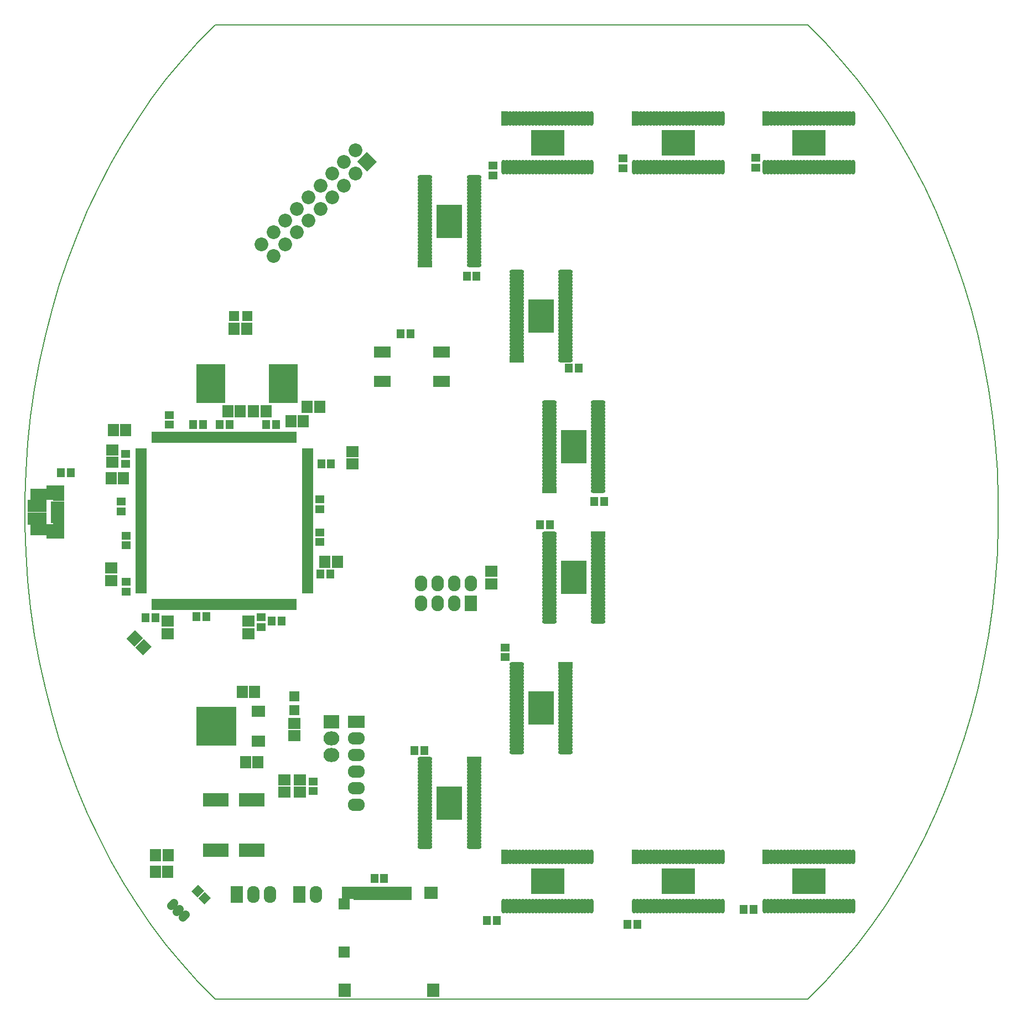
<source format=gbs>
G04 #@! TF.FileFunction,Soldermask,Bot*
%FSLAX46Y46*%
G04 Gerber Fmt 4.6, Leading zero omitted, Abs format (unit mm)*
G04 Created by KiCad (PCBNEW (2016-03-23 BZR 6647, Git bc699c8)-product) date Sun 10 Apr 2016 18:41:19 CEST*
%MOMM*%
G01*
G04 APERTURE LIST*
%ADD10C,0.100000*%
%ADD11C,0.150000*%
%ADD12R,1.299160X1.400760*%
%ADD13R,1.400760X1.299160*%
%ADD14R,2.099260X1.700480*%
%ADD15R,6.099760X5.899100*%
%ADD16R,2.500580X1.799540*%
%ADD17R,1.700480X1.898600*%
%ADD18R,1.898600X1.700480*%
%ADD19R,3.999180X2.000200*%
%ADD20R,1.924000X2.599640*%
%ADD21O,1.924000X2.599640*%
%ADD22R,1.924000X2.398980*%
%ADD23O,1.924000X2.398980*%
%ADD24R,2.599640X1.924000*%
%ADD25O,2.599640X1.924000*%
%ADD26R,1.200100X2.078940*%
%ADD27R,2.000200X1.901140*%
%ADD28R,2.099260X1.901140*%
%ADD29R,1.901140X2.099260*%
%ADD30R,1.690320X1.700480*%
%ADD31R,1.690320X1.799540*%
%ADD32R,2.150060X0.798780*%
%ADD33R,2.899360X1.824940*%
%ADD34R,1.799540X2.398980*%
%ADD35R,2.851100X1.700480*%
%ADD36R,1.101040X2.226260*%
%ADD37R,0.689560X1.746200*%
%ADD38R,1.746200X0.689560*%
%ADD39R,0.689560X1.748740*%
%ADD40R,4.499560X6.000700*%
%ADD41C,1.299160*%
%ADD42R,0.650000X2.225000*%
%ADD43O,0.650000X2.225000*%
%ADD44R,5.100000X4.010000*%
%ADD45R,2.225000X0.650000*%
%ADD46O,2.225000X0.650000*%
%ADD47R,4.010000X5.100000*%
%ADD48R,2.432000X2.127200*%
%ADD49O,2.432000X2.127200*%
%ADD50R,1.598880X1.598880*%
%ADD51C,2.127200*%
G04 APERTURE END LIST*
D10*
D11*
X197948385Y-78128726D02*
X195352726Y-75500000D01*
X200448266Y-80901017D02*
X197948385Y-78128726D01*
X202847375Y-83811335D02*
X200448266Y-80901017D01*
X205140919Y-86853867D02*
X202847375Y-83811335D01*
X207324318Y-90022535D02*
X205140919Y-86853867D01*
X209393210Y-93311010D02*
X207324318Y-90022535D01*
X211343462Y-96712723D02*
X209393210Y-93311010D01*
X213171179Y-100220879D02*
X211343462Y-96712723D01*
X214872709Y-103828470D02*
X213171179Y-100220879D01*
X216444654Y-107528291D02*
X214872709Y-103828470D01*
X217883874Y-111312950D02*
X216444654Y-107528291D01*
X219187494Y-115174887D02*
X217883874Y-111312950D01*
X220352910Y-119106388D02*
X219187494Y-115174887D01*
X221377794Y-123099601D02*
X220352910Y-119106388D01*
X222260098Y-127146548D02*
X221377794Y-123099601D01*
X222998061Y-131239145D02*
X222260098Y-127146548D01*
X223590208Y-135369218D02*
X222998061Y-131239145D01*
X224035356Y-139528516D02*
X223590208Y-135369218D01*
X224332617Y-143708731D02*
X224035356Y-139528516D01*
X224481396Y-147901513D02*
X224332617Y-143708731D01*
X224481396Y-152098487D02*
X224481396Y-147901513D01*
X224332617Y-156291269D02*
X224481396Y-152098487D01*
X224035356Y-160471484D02*
X224332617Y-156291269D01*
X223590208Y-164630782D02*
X224035356Y-160471484D01*
X222998061Y-168760855D02*
X223590208Y-164630782D01*
X222260098Y-172853452D02*
X222998061Y-168760855D01*
X221377794Y-176900399D02*
X222260098Y-172853452D01*
X220352910Y-180893612D02*
X221377794Y-176900399D01*
X219187494Y-184825113D02*
X220352910Y-180893612D01*
X217883874Y-188687050D02*
X219187494Y-184825113D01*
X216444654Y-192471709D02*
X217883874Y-188687050D01*
X214872709Y-196171530D02*
X216444654Y-192471709D01*
X213171179Y-199779121D02*
X214872709Y-196171530D01*
X211343462Y-203287277D02*
X213171179Y-199779121D01*
X209393210Y-206688990D02*
X211343462Y-203287277D01*
X207324318Y-209977465D02*
X209393210Y-206688990D01*
X205140919Y-213146133D02*
X207324318Y-209977465D01*
X202847375Y-216188665D02*
X205140919Y-213146133D01*
X200448266Y-219098983D02*
X202847375Y-216188665D01*
X197948385Y-221871274D02*
X200448266Y-219098983D01*
X195352726Y-224500000D02*
X197948385Y-221871274D01*
X104647274Y-224500000D02*
X195352726Y-224500000D01*
X102051615Y-221871274D02*
X104647274Y-224500000D01*
X99551734Y-219098983D02*
X102051615Y-221871274D01*
X97152625Y-216188665D02*
X99551734Y-219098983D01*
X94859081Y-213146133D02*
X97152625Y-216188665D01*
X92675682Y-209977465D02*
X94859081Y-213146133D01*
X90606790Y-206688990D02*
X92675682Y-209977465D01*
X88656538Y-203287277D02*
X90606790Y-206688990D01*
X86828821Y-199779121D02*
X88656538Y-203287277D01*
X85127291Y-196171530D02*
X86828821Y-199779121D01*
X83555346Y-192471709D02*
X85127291Y-196171530D01*
X82116126Y-188687050D02*
X83555346Y-192471709D01*
X80812506Y-184825113D02*
X82116126Y-188687050D01*
X79647090Y-180893612D02*
X80812506Y-184825113D01*
X78622206Y-176900399D02*
X79647090Y-180893612D01*
X77739902Y-172853452D02*
X78622206Y-176900399D01*
X77001939Y-168760855D02*
X77739902Y-172853452D01*
X76409792Y-164630782D02*
X77001939Y-168760855D01*
X75964644Y-160471484D02*
X76409792Y-164630782D01*
X75667383Y-156291269D02*
X75964644Y-160471484D01*
X75518604Y-152098487D02*
X75667383Y-156291269D01*
X75518604Y-147901513D02*
X75518604Y-152098487D01*
X75667383Y-143708731D02*
X75518604Y-147901513D01*
X75964644Y-139528516D02*
X75667383Y-143708731D01*
X76409792Y-135369218D02*
X75964644Y-139528516D01*
X77001939Y-131239145D02*
X76409792Y-135369218D01*
X77739902Y-127146548D02*
X77001939Y-131239145D01*
X78622206Y-123099601D02*
X77739902Y-127146548D01*
X79647090Y-119106388D02*
X78622206Y-123099601D01*
X80812506Y-115174887D02*
X79647090Y-119106388D01*
X82116126Y-111312950D02*
X80812506Y-115174887D01*
X83555346Y-107528291D02*
X82116126Y-111312950D01*
X85127291Y-103828470D02*
X83555346Y-107528291D01*
X86828821Y-100220879D02*
X85127291Y-103828470D01*
X88656538Y-96712723D02*
X86828821Y-100220879D01*
X90606790Y-93311010D02*
X88656538Y-96712723D01*
X92675682Y-90022535D02*
X90606790Y-93311010D01*
X94859081Y-86853867D02*
X92675682Y-90022535D01*
X97152625Y-83811335D02*
X94859081Y-86853867D01*
X99551734Y-80901017D02*
X97152625Y-83811335D01*
X102051615Y-78128726D02*
X99551734Y-80901017D01*
X104647274Y-75500000D02*
X102051615Y-78128726D01*
X195352726Y-75500000D02*
X104647274Y-75500000D01*
D12*
X114811840Y-166660000D03*
X113308160Y-166660000D03*
D13*
X90980000Y-155101840D03*
X90980000Y-153598160D03*
D12*
X101268160Y-136580000D03*
X102771840Y-136580000D03*
X105348160Y-136620000D03*
X106851840Y-136620000D03*
D14*
X111220720Y-180464000D03*
X111220720Y-185036000D03*
D15*
X104779280Y-182750000D03*
D16*
X139299140Y-125499560D03*
X130200860Y-125499560D03*
X139299140Y-130000440D03*
X130200860Y-130000440D03*
D17*
X97405000Y-205000000D03*
X95500000Y-205000000D03*
D18*
X88920000Y-140487500D03*
X88920000Y-142392500D03*
D17*
X118122500Y-136070000D03*
X116217500Y-136070000D03*
X120642500Y-133900000D03*
X118737500Y-133900000D03*
X111202500Y-188250000D03*
X109297500Y-188250000D03*
X110702500Y-177500000D03*
X108797500Y-177500000D03*
D18*
X109710000Y-166677500D03*
X109710000Y-168582500D03*
D17*
X121427500Y-157640000D03*
X123332500Y-157640000D03*
D18*
X97330000Y-166687500D03*
X97330000Y-168592500D03*
D17*
X108492500Y-134540000D03*
X106587500Y-134540000D03*
X110497500Y-134550000D03*
X112402500Y-134550000D03*
D19*
X110250820Y-201750000D03*
X104749180Y-201750000D03*
X110250820Y-194000000D03*
X104749180Y-194000000D03*
D20*
X107920000Y-208500000D03*
D21*
X110460000Y-208500000D03*
X113000000Y-208500000D03*
D22*
X143750000Y-163948920D03*
D23*
X143750000Y-160911080D03*
X141210000Y-163948920D03*
X141210000Y-160911080D03*
X138670000Y-163948920D03*
X138670000Y-160911080D03*
X136130000Y-163948920D03*
X136130000Y-160911080D03*
D24*
X126238000Y-182118000D03*
D25*
X126238000Y-184658000D03*
X126238000Y-187198000D03*
X126238000Y-189738000D03*
X126238000Y-192278000D03*
X126238000Y-194818000D03*
D26*
X134150680Y-208339740D03*
X133050860Y-208339740D03*
X131951040Y-208339740D03*
X130851220Y-208339740D03*
X129748860Y-208339740D03*
X128649040Y-208339740D03*
X127549220Y-208339740D03*
X126449400Y-208339740D03*
D27*
X125039700Y-208250840D03*
D28*
X137699060Y-208250840D03*
D29*
X124501220Y-223099680D03*
X137998780Y-223099680D03*
D30*
X124394540Y-209899300D03*
D31*
X124394540Y-217300860D03*
D20*
X117480000Y-208500000D03*
D21*
X120020000Y-208500000D03*
D32*
X80500000Y-151300480D03*
X80500000Y-150650240D03*
X80500000Y-150000000D03*
X80500000Y-149349760D03*
X80500000Y-148699520D03*
D33*
X77426600Y-150962660D03*
X77426600Y-149037340D03*
D34*
X80705740Y-152900680D03*
X80705740Y-147099320D03*
D35*
X77825380Y-152725420D03*
D36*
X79374780Y-152987040D03*
X79374780Y-147012960D03*
D35*
X77825380Y-147274580D03*
D18*
X88700000Y-158547500D03*
X88700000Y-160452500D03*
D17*
X97452500Y-202500000D03*
X95547500Y-202500000D03*
D18*
X115240000Y-192832500D03*
X115240000Y-190927500D03*
X117610000Y-190937500D03*
X117610000Y-192842500D03*
X146940000Y-159057500D03*
X146940000Y-160962500D03*
X116750000Y-184202500D03*
X116750000Y-182297500D03*
D17*
X107547500Y-122000000D03*
X109452500Y-122000000D03*
D10*
G36*
X92401052Y-170743565D02*
X93743565Y-169401052D01*
X94945986Y-170603473D01*
X93603473Y-171945986D01*
X92401052Y-170743565D01*
X92401052Y-170743565D01*
G37*
G36*
X91054014Y-169396527D02*
X92396527Y-168054014D01*
X93598948Y-169256435D01*
X92256435Y-170598948D01*
X91054014Y-169396527D01*
X91054014Y-169396527D01*
G37*
D18*
X125640000Y-142642500D03*
X125640000Y-140737500D03*
D17*
X88697500Y-144860000D03*
X90602500Y-144860000D03*
X90942500Y-137430000D03*
X89037500Y-137430000D03*
D37*
X96774400Y-138591740D03*
X97272240Y-138591740D03*
X97772620Y-138591740D03*
X98273000Y-138591740D03*
X98770840Y-138591740D03*
X95270720Y-138591740D03*
X95771100Y-138591740D03*
X96271480Y-138591740D03*
X103271720Y-138591740D03*
X103772100Y-138591740D03*
X104269940Y-138591740D03*
X104770320Y-138591740D03*
X105270700Y-138591740D03*
X105773620Y-138591740D03*
X106271460Y-138591740D03*
X106769300Y-138591740D03*
X111270180Y-138591740D03*
X111770560Y-138591740D03*
X112268400Y-138591740D03*
X112768780Y-138591740D03*
X113269160Y-138591740D03*
X113769540Y-138591740D03*
X114269920Y-138591740D03*
X114767760Y-138591740D03*
D38*
X118768260Y-142592240D03*
X118768260Y-143090080D03*
X118768260Y-143590460D03*
X118768260Y-144090840D03*
X118768260Y-144591220D03*
X118768260Y-145091600D03*
X118768260Y-145591980D03*
X118768260Y-146092360D03*
D37*
X99271220Y-138591740D03*
X99771600Y-138591740D03*
X100274520Y-138591740D03*
X107269680Y-138591740D03*
X107770060Y-138591740D03*
X108267900Y-138591740D03*
X115268140Y-138591740D03*
X115768520Y-138591740D03*
X116268900Y-138591740D03*
D38*
X118768260Y-146590200D03*
X118768260Y-147090580D03*
X118768260Y-147590960D03*
D37*
X100769820Y-138591740D03*
X101270200Y-138591740D03*
X101773120Y-138591740D03*
X102273500Y-138591740D03*
X102771340Y-138591740D03*
X108768280Y-138591740D03*
X109271200Y-138591740D03*
X109771580Y-138591740D03*
X110271960Y-138591740D03*
X110769800Y-138591740D03*
D39*
X116769280Y-138591740D03*
D38*
X118768260Y-140590720D03*
X118768260Y-141091100D03*
X118768260Y-141591480D03*
X118768260Y-142091860D03*
X118768260Y-148091340D03*
X118768260Y-148591720D03*
X118768260Y-149092100D03*
X118768260Y-149592480D03*
X118768260Y-150090320D03*
X118768260Y-150590700D03*
X118768260Y-151091080D03*
X118768260Y-151588920D03*
X118768260Y-152089300D03*
X118768260Y-152589680D03*
X118768260Y-153087520D03*
X118768260Y-153587900D03*
X118768260Y-154088280D03*
X118768260Y-154588660D03*
X118768260Y-155089040D03*
X118768260Y-155589420D03*
X118768260Y-156089800D03*
X118768260Y-156587640D03*
X118768260Y-157088020D03*
X118768260Y-157588400D03*
X118768260Y-158088780D03*
X118768260Y-158589160D03*
X118768260Y-159089540D03*
X118768260Y-159589920D03*
X118768260Y-160087760D03*
X118768260Y-160588140D03*
X118768260Y-161088520D03*
X118768260Y-161588900D03*
X118768260Y-162089280D03*
D37*
X116769280Y-164088260D03*
X116268900Y-164088260D03*
X115768520Y-164088260D03*
X115268140Y-164088260D03*
X114767760Y-164088260D03*
X114269920Y-164088260D03*
X113769540Y-164088260D03*
X113269160Y-164088260D03*
X112768780Y-164088260D03*
X112268400Y-164088260D03*
X111768020Y-164088260D03*
X111267640Y-164088260D03*
X110769800Y-164088260D03*
X110269420Y-164088260D03*
X109769040Y-164088260D03*
X109268660Y-164088260D03*
X108768280Y-164088260D03*
X108267900Y-164088260D03*
X107767520Y-164088260D03*
X107269680Y-164088260D03*
X106769300Y-164088260D03*
X106268920Y-164088260D03*
X105771080Y-164088260D03*
X105270700Y-164088260D03*
X104770320Y-164088260D03*
X104272480Y-164088260D03*
X103772100Y-164088260D03*
X103271720Y-164088260D03*
X102771340Y-164088260D03*
X102270960Y-164088260D03*
X101770580Y-164088260D03*
X101270200Y-164088260D03*
X100772360Y-164088260D03*
X100271980Y-164088260D03*
X99771600Y-164088260D03*
X99271220Y-164088260D03*
X98770840Y-164088260D03*
X98270460Y-164088260D03*
X97770080Y-164088260D03*
X97272240Y-164088260D03*
X96771860Y-164088260D03*
X96271480Y-164088260D03*
X95771100Y-164088260D03*
X95270720Y-164088260D03*
D38*
X93271740Y-162089280D03*
X93271740Y-161588900D03*
X93271740Y-161088520D03*
X93271740Y-160588140D03*
X93271740Y-160087760D03*
X93271740Y-159589920D03*
X93271740Y-159089540D03*
X93271740Y-158589160D03*
X93271740Y-158088780D03*
X93271740Y-157588400D03*
X93271740Y-157088020D03*
X93271740Y-156587640D03*
X93269200Y-156089800D03*
X93269200Y-155589420D03*
X93269200Y-155089040D03*
X93269200Y-154591200D03*
X93269200Y-154090820D03*
X93269200Y-153590440D03*
X93269200Y-153090060D03*
X93269200Y-152589680D03*
X93269200Y-152089300D03*
X93269200Y-151588920D03*
X93269200Y-151091080D03*
X93269200Y-150590700D03*
X93269200Y-150090320D03*
X93269200Y-149589940D03*
X93269200Y-149089560D03*
X93269200Y-148589180D03*
X93269200Y-148088800D03*
X93269200Y-147590960D03*
X93269200Y-147090580D03*
X93269200Y-146590200D03*
X93269200Y-146089820D03*
X93269200Y-145589440D03*
X93269200Y-145089060D03*
X93269200Y-144591220D03*
X93269200Y-144090840D03*
X93269200Y-143590460D03*
X93269200Y-143090080D03*
X93269200Y-142589700D03*
X93269200Y-142089320D03*
X93269200Y-141588940D03*
X93269200Y-141091100D03*
X93269200Y-140590720D03*
D40*
X103980100Y-130330000D03*
X115079900Y-130330000D03*
D13*
X167010000Y-97411840D03*
X167010000Y-95908160D03*
X187390000Y-95788160D03*
X187390000Y-97291840D03*
D12*
X144641840Y-113880000D03*
X143138160Y-113880000D03*
D13*
X147180000Y-98511840D03*
X147180000Y-97008160D03*
D12*
X164161840Y-148370000D03*
X162658160Y-148370000D03*
X160271840Y-128010000D03*
X158768160Y-128010000D03*
X154388160Y-151900000D03*
X155891840Y-151900000D03*
D13*
X149000000Y-172201840D03*
X149000000Y-170698160D03*
D12*
X135138160Y-186480000D03*
X136641840Y-186480000D03*
X147751840Y-212500000D03*
X146248160Y-212500000D03*
X169251840Y-213040000D03*
X167748160Y-213040000D03*
X187001840Y-210750000D03*
X185498160Y-210750000D03*
X82551840Y-144000000D03*
X81048160Y-144000000D03*
D10*
G36*
X102077065Y-209067552D02*
X103067552Y-208077065D01*
X103986197Y-208995710D01*
X102995710Y-209986197D01*
X102077065Y-209067552D01*
X102077065Y-209067552D01*
G37*
G36*
X101013803Y-208004290D02*
X102004290Y-207013803D01*
X102922935Y-207932448D01*
X101932448Y-208922935D01*
X101013803Y-208004290D01*
X101013803Y-208004290D01*
G37*
D12*
X130501840Y-206000000D03*
X128998160Y-206000000D03*
D13*
X119640000Y-192681840D03*
X119640000Y-191178160D03*
X97590000Y-135148160D03*
X97590000Y-136651840D03*
D12*
X113961840Y-136630000D03*
X112458160Y-136630000D03*
X122371840Y-142600000D03*
X120868160Y-142600000D03*
D13*
X120660000Y-148078160D03*
X120660000Y-149581840D03*
X120670000Y-153078160D03*
X120670000Y-154581840D03*
D12*
X122251840Y-159470000D03*
X120748160Y-159470000D03*
D13*
X90920000Y-141108160D03*
X90920000Y-142611840D03*
D12*
X103291840Y-165990000D03*
X101788160Y-165990000D03*
X95521840Y-166170000D03*
X94018160Y-166170000D03*
D13*
X91000000Y-162151840D03*
X91000000Y-160648160D03*
X90270000Y-149921840D03*
X90270000Y-148418160D03*
X111640000Y-166088160D03*
X111640000Y-167591840D03*
D12*
X133000000Y-122750000D03*
X134503680Y-122750000D03*
D41*
X99164806Y-210659142D02*
X98739142Y-211084806D01*
X98266781Y-209761117D02*
X97841117Y-210186781D01*
X100062832Y-211557168D02*
X99637168Y-211982832D01*
D42*
X188750000Y-202762500D03*
D43*
X189250000Y-202762500D03*
X189750000Y-202762500D03*
X190250000Y-202762500D03*
X190750000Y-202762500D03*
X191250000Y-202762500D03*
X191750000Y-202762500D03*
X192250000Y-202762500D03*
X192750000Y-202762500D03*
X193250000Y-202762500D03*
X193750000Y-202762500D03*
X194250000Y-202762500D03*
X194750000Y-202762500D03*
X195250000Y-202762500D03*
X195750000Y-202762500D03*
X196250000Y-202762500D03*
X196750000Y-202762500D03*
X197250000Y-202762500D03*
X197750000Y-202762500D03*
X198250000Y-202762500D03*
X198750000Y-202762500D03*
X199250000Y-202762500D03*
X199750000Y-202762500D03*
X200250000Y-202762500D03*
X200750000Y-202762500D03*
X201250000Y-202762500D03*
X201750000Y-202762500D03*
X202250000Y-202762500D03*
X202250000Y-210237500D03*
X201750000Y-210237500D03*
X201250000Y-210237500D03*
X200750000Y-210237500D03*
X200250000Y-210237500D03*
X199750000Y-210237500D03*
X199250000Y-210237500D03*
X198750000Y-210237500D03*
X198250000Y-210237500D03*
X197750000Y-210237500D03*
X197250000Y-210237500D03*
X196750000Y-210237500D03*
X196250000Y-210237500D03*
X195750000Y-210237500D03*
X195250000Y-210237500D03*
X194750000Y-210237500D03*
X194250000Y-210237500D03*
X193750000Y-210237500D03*
X193250000Y-210237500D03*
X192750000Y-210237500D03*
X192250000Y-210237500D03*
X191750000Y-210237500D03*
X191250000Y-210237500D03*
X190750000Y-210237500D03*
X190250000Y-210237500D03*
X189750000Y-210237500D03*
X189250000Y-210237500D03*
X188750000Y-210237500D03*
D44*
X195500000Y-206500000D03*
D42*
X168750000Y-202762500D03*
D43*
X169250000Y-202762500D03*
X169750000Y-202762500D03*
X170250000Y-202762500D03*
X170750000Y-202762500D03*
X171250000Y-202762500D03*
X171750000Y-202762500D03*
X172250000Y-202762500D03*
X172750000Y-202762500D03*
X173250000Y-202762500D03*
X173750000Y-202762500D03*
X174250000Y-202762500D03*
X174750000Y-202762500D03*
X175250000Y-202762500D03*
X175750000Y-202762500D03*
X176250000Y-202762500D03*
X176750000Y-202762500D03*
X177250000Y-202762500D03*
X177750000Y-202762500D03*
X178250000Y-202762500D03*
X178750000Y-202762500D03*
X179250000Y-202762500D03*
X179750000Y-202762500D03*
X180250000Y-202762500D03*
X180750000Y-202762500D03*
X181250000Y-202762500D03*
X181750000Y-202762500D03*
X182250000Y-202762500D03*
X182250000Y-210237500D03*
X181750000Y-210237500D03*
X181250000Y-210237500D03*
X180750000Y-210237500D03*
X180250000Y-210237500D03*
X179750000Y-210237500D03*
X179250000Y-210237500D03*
X178750000Y-210237500D03*
X178250000Y-210237500D03*
X177750000Y-210237500D03*
X177250000Y-210237500D03*
X176750000Y-210237500D03*
X176250000Y-210237500D03*
X175750000Y-210237500D03*
X175250000Y-210237500D03*
X174750000Y-210237500D03*
X174250000Y-210237500D03*
X173750000Y-210237500D03*
X173250000Y-210237500D03*
X172750000Y-210237500D03*
X172250000Y-210237500D03*
X171750000Y-210237500D03*
X171250000Y-210237500D03*
X170750000Y-210237500D03*
X170250000Y-210237500D03*
X169750000Y-210237500D03*
X169250000Y-210237500D03*
X168750000Y-210237500D03*
D44*
X175500000Y-206500000D03*
D42*
X148750000Y-202762500D03*
D43*
X149250000Y-202762500D03*
X149750000Y-202762500D03*
X150250000Y-202762500D03*
X150750000Y-202762500D03*
X151250000Y-202762500D03*
X151750000Y-202762500D03*
X152250000Y-202762500D03*
X152750000Y-202762500D03*
X153250000Y-202762500D03*
X153750000Y-202762500D03*
X154250000Y-202762500D03*
X154750000Y-202762500D03*
X155250000Y-202762500D03*
X155750000Y-202762500D03*
X156250000Y-202762500D03*
X156750000Y-202762500D03*
X157250000Y-202762500D03*
X157750000Y-202762500D03*
X158250000Y-202762500D03*
X158750000Y-202762500D03*
X159250000Y-202762500D03*
X159750000Y-202762500D03*
X160250000Y-202762500D03*
X160750000Y-202762500D03*
X161250000Y-202762500D03*
X161750000Y-202762500D03*
X162250000Y-202762500D03*
X162250000Y-210237500D03*
X161750000Y-210237500D03*
X161250000Y-210237500D03*
X160750000Y-210237500D03*
X160250000Y-210237500D03*
X159750000Y-210237500D03*
X159250000Y-210237500D03*
X158750000Y-210237500D03*
X158250000Y-210237500D03*
X157750000Y-210237500D03*
X157250000Y-210237500D03*
X156750000Y-210237500D03*
X156250000Y-210237500D03*
X155750000Y-210237500D03*
X155250000Y-210237500D03*
X154750000Y-210237500D03*
X154250000Y-210237500D03*
X153750000Y-210237500D03*
X153250000Y-210237500D03*
X152750000Y-210237500D03*
X152250000Y-210237500D03*
X151750000Y-210237500D03*
X151250000Y-210237500D03*
X150750000Y-210237500D03*
X150250000Y-210237500D03*
X149750000Y-210237500D03*
X149250000Y-210237500D03*
X148750000Y-210237500D03*
D44*
X155500000Y-206500000D03*
D45*
X144237500Y-187750000D03*
D46*
X144237500Y-188250000D03*
X144237500Y-188750000D03*
X144237500Y-189250000D03*
X144237500Y-189750000D03*
X144237500Y-190250000D03*
X144237500Y-190750000D03*
X144237500Y-191250000D03*
X144237500Y-191750000D03*
X144237500Y-192250000D03*
X144237500Y-192750000D03*
X144237500Y-193250000D03*
X144237500Y-193750000D03*
X144237500Y-194250000D03*
X144237500Y-194750000D03*
X144237500Y-195250000D03*
X144237500Y-195750000D03*
X144237500Y-196250000D03*
X144237500Y-196750000D03*
X144237500Y-197250000D03*
X144237500Y-197750000D03*
X144237500Y-198250000D03*
X144237500Y-198750000D03*
X144237500Y-199250000D03*
X144237500Y-199750000D03*
X144237500Y-200250000D03*
X144237500Y-200750000D03*
X144237500Y-201250000D03*
X136762500Y-201250000D03*
X136762500Y-200750000D03*
X136762500Y-200250000D03*
X136762500Y-199750000D03*
X136762500Y-199250000D03*
X136762500Y-198750000D03*
X136762500Y-198250000D03*
X136762500Y-197750000D03*
X136762500Y-197250000D03*
X136762500Y-196750000D03*
X136762500Y-196250000D03*
X136762500Y-195750000D03*
X136762500Y-195250000D03*
X136762500Y-194750000D03*
X136762500Y-194250000D03*
X136762500Y-193750000D03*
X136762500Y-193250000D03*
X136762500Y-192750000D03*
X136762500Y-192250000D03*
X136762500Y-191750000D03*
X136762500Y-191250000D03*
X136762500Y-190750000D03*
X136762500Y-190250000D03*
X136762500Y-189750000D03*
X136762500Y-189250000D03*
X136762500Y-188750000D03*
X136762500Y-188250000D03*
X136762500Y-187750000D03*
D47*
X140500000Y-194500000D03*
D45*
X158237500Y-173250000D03*
D46*
X158237500Y-173750000D03*
X158237500Y-174250000D03*
X158237500Y-174750000D03*
X158237500Y-175250000D03*
X158237500Y-175750000D03*
X158237500Y-176250000D03*
X158237500Y-176750000D03*
X158237500Y-177250000D03*
X158237500Y-177750000D03*
X158237500Y-178250000D03*
X158237500Y-178750000D03*
X158237500Y-179250000D03*
X158237500Y-179750000D03*
X158237500Y-180250000D03*
X158237500Y-180750000D03*
X158237500Y-181250000D03*
X158237500Y-181750000D03*
X158237500Y-182250000D03*
X158237500Y-182750000D03*
X158237500Y-183250000D03*
X158237500Y-183750000D03*
X158237500Y-184250000D03*
X158237500Y-184750000D03*
X158237500Y-185250000D03*
X158237500Y-185750000D03*
X158237500Y-186250000D03*
X158237500Y-186750000D03*
X150762500Y-186750000D03*
X150762500Y-186250000D03*
X150762500Y-185750000D03*
X150762500Y-185250000D03*
X150762500Y-184750000D03*
X150762500Y-184250000D03*
X150762500Y-183750000D03*
X150762500Y-183250000D03*
X150762500Y-182750000D03*
X150762500Y-182250000D03*
X150762500Y-181750000D03*
X150762500Y-181250000D03*
X150762500Y-180750000D03*
X150762500Y-180250000D03*
X150762500Y-179750000D03*
X150762500Y-179250000D03*
X150762500Y-178750000D03*
X150762500Y-178250000D03*
X150762500Y-177750000D03*
X150762500Y-177250000D03*
X150762500Y-176750000D03*
X150762500Y-176250000D03*
X150762500Y-175750000D03*
X150762500Y-175250000D03*
X150762500Y-174750000D03*
X150762500Y-174250000D03*
X150762500Y-173750000D03*
X150762500Y-173250000D03*
D47*
X154500000Y-180000000D03*
D45*
X163237500Y-153250000D03*
D46*
X163237500Y-153750000D03*
X163237500Y-154250000D03*
X163237500Y-154750000D03*
X163237500Y-155250000D03*
X163237500Y-155750000D03*
X163237500Y-156250000D03*
X163237500Y-156750000D03*
X163237500Y-157250000D03*
X163237500Y-157750000D03*
X163237500Y-158250000D03*
X163237500Y-158750000D03*
X163237500Y-159250000D03*
X163237500Y-159750000D03*
X163237500Y-160250000D03*
X163237500Y-160750000D03*
X163237500Y-161250000D03*
X163237500Y-161750000D03*
X163237500Y-162250000D03*
X163237500Y-162750000D03*
X163237500Y-163250000D03*
X163237500Y-163750000D03*
X163237500Y-164250000D03*
X163237500Y-164750000D03*
X163237500Y-165250000D03*
X163237500Y-165750000D03*
X163237500Y-166250000D03*
X163237500Y-166750000D03*
X155762500Y-166750000D03*
X155762500Y-166250000D03*
X155762500Y-165750000D03*
X155762500Y-165250000D03*
X155762500Y-164750000D03*
X155762500Y-164250000D03*
X155762500Y-163750000D03*
X155762500Y-163250000D03*
X155762500Y-162750000D03*
X155762500Y-162250000D03*
X155762500Y-161750000D03*
X155762500Y-161250000D03*
X155762500Y-160750000D03*
X155762500Y-160250000D03*
X155762500Y-159750000D03*
X155762500Y-159250000D03*
X155762500Y-158750000D03*
X155762500Y-158250000D03*
X155762500Y-157750000D03*
X155762500Y-157250000D03*
X155762500Y-156750000D03*
X155762500Y-156250000D03*
X155762500Y-155750000D03*
X155762500Y-155250000D03*
X155762500Y-154750000D03*
X155762500Y-154250000D03*
X155762500Y-153750000D03*
X155762500Y-153250000D03*
D47*
X159500000Y-160000000D03*
D45*
X150762500Y-126750000D03*
D46*
X150762500Y-126250000D03*
X150762500Y-125750000D03*
X150762500Y-125250000D03*
X150762500Y-124750000D03*
X150762500Y-124250000D03*
X150762500Y-123750000D03*
X150762500Y-123250000D03*
X150762500Y-122750000D03*
X150762500Y-122250000D03*
X150762500Y-121750000D03*
X150762500Y-121250000D03*
X150762500Y-120750000D03*
X150762500Y-120250000D03*
X150762500Y-119750000D03*
X150762500Y-119250000D03*
X150762500Y-118750000D03*
X150762500Y-118250000D03*
X150762500Y-117750000D03*
X150762500Y-117250000D03*
X150762500Y-116750000D03*
X150762500Y-116250000D03*
X150762500Y-115750000D03*
X150762500Y-115250000D03*
X150762500Y-114750000D03*
X150762500Y-114250000D03*
X150762500Y-113750000D03*
X150762500Y-113250000D03*
X158237500Y-113250000D03*
X158237500Y-113750000D03*
X158237500Y-114250000D03*
X158237500Y-114750000D03*
X158237500Y-115250000D03*
X158237500Y-115750000D03*
X158237500Y-116250000D03*
X158237500Y-116750000D03*
X158237500Y-117250000D03*
X158237500Y-117750000D03*
X158237500Y-118250000D03*
X158237500Y-118750000D03*
X158237500Y-119250000D03*
X158237500Y-119750000D03*
X158237500Y-120250000D03*
X158237500Y-120750000D03*
X158237500Y-121250000D03*
X158237500Y-121750000D03*
X158237500Y-122250000D03*
X158237500Y-122750000D03*
X158237500Y-123250000D03*
X158237500Y-123750000D03*
X158237500Y-124250000D03*
X158237500Y-124750000D03*
X158237500Y-125250000D03*
X158237500Y-125750000D03*
X158237500Y-126250000D03*
X158237500Y-126750000D03*
D47*
X154500000Y-120000000D03*
D45*
X155762500Y-146750000D03*
D46*
X155762500Y-146250000D03*
X155762500Y-145750000D03*
X155762500Y-145250000D03*
X155762500Y-144750000D03*
X155762500Y-144250000D03*
X155762500Y-143750000D03*
X155762500Y-143250000D03*
X155762500Y-142750000D03*
X155762500Y-142250000D03*
X155762500Y-141750000D03*
X155762500Y-141250000D03*
X155762500Y-140750000D03*
X155762500Y-140250000D03*
X155762500Y-139750000D03*
X155762500Y-139250000D03*
X155762500Y-138750000D03*
X155762500Y-138250000D03*
X155762500Y-137750000D03*
X155762500Y-137250000D03*
X155762500Y-136750000D03*
X155762500Y-136250000D03*
X155762500Y-135750000D03*
X155762500Y-135250000D03*
X155762500Y-134750000D03*
X155762500Y-134250000D03*
X155762500Y-133750000D03*
X155762500Y-133250000D03*
X163237500Y-133250000D03*
X163237500Y-133750000D03*
X163237500Y-134250000D03*
X163237500Y-134750000D03*
X163237500Y-135250000D03*
X163237500Y-135750000D03*
X163237500Y-136250000D03*
X163237500Y-136750000D03*
X163237500Y-137250000D03*
X163237500Y-137750000D03*
X163237500Y-138250000D03*
X163237500Y-138750000D03*
X163237500Y-139250000D03*
X163237500Y-139750000D03*
X163237500Y-140250000D03*
X163237500Y-140750000D03*
X163237500Y-141250000D03*
X163237500Y-141750000D03*
X163237500Y-142250000D03*
X163237500Y-142750000D03*
X163237500Y-143250000D03*
X163237500Y-143750000D03*
X163237500Y-144250000D03*
X163237500Y-144750000D03*
X163237500Y-145250000D03*
X163237500Y-145750000D03*
X163237500Y-146250000D03*
X163237500Y-146750000D03*
D47*
X159500000Y-140000000D03*
D42*
X148750000Y-89762500D03*
D43*
X149250000Y-89762500D03*
X149750000Y-89762500D03*
X150250000Y-89762500D03*
X150750000Y-89762500D03*
X151250000Y-89762500D03*
X151750000Y-89762500D03*
X152250000Y-89762500D03*
X152750000Y-89762500D03*
X153250000Y-89762500D03*
X153750000Y-89762500D03*
X154250000Y-89762500D03*
X154750000Y-89762500D03*
X155250000Y-89762500D03*
X155750000Y-89762500D03*
X156250000Y-89762500D03*
X156750000Y-89762500D03*
X157250000Y-89762500D03*
X157750000Y-89762500D03*
X158250000Y-89762500D03*
X158750000Y-89762500D03*
X159250000Y-89762500D03*
X159750000Y-89762500D03*
X160250000Y-89762500D03*
X160750000Y-89762500D03*
X161250000Y-89762500D03*
X161750000Y-89762500D03*
X162250000Y-89762500D03*
X162250000Y-97237500D03*
X161750000Y-97237500D03*
X161250000Y-97237500D03*
X160750000Y-97237500D03*
X160250000Y-97237500D03*
X159750000Y-97237500D03*
X159250000Y-97237500D03*
X158750000Y-97237500D03*
X158250000Y-97237500D03*
X157750000Y-97237500D03*
X157250000Y-97237500D03*
X156750000Y-97237500D03*
X156250000Y-97237500D03*
X155750000Y-97237500D03*
X155250000Y-97237500D03*
X154750000Y-97237500D03*
X154250000Y-97237500D03*
X153750000Y-97237500D03*
X153250000Y-97237500D03*
X152750000Y-97237500D03*
X152250000Y-97237500D03*
X151750000Y-97237500D03*
X151250000Y-97237500D03*
X150750000Y-97237500D03*
X150250000Y-97237500D03*
X149750000Y-97237500D03*
X149250000Y-97237500D03*
X148750000Y-97237500D03*
D44*
X155500000Y-93500000D03*
D42*
X188750000Y-89762500D03*
D43*
X189250000Y-89762500D03*
X189750000Y-89762500D03*
X190250000Y-89762500D03*
X190750000Y-89762500D03*
X191250000Y-89762500D03*
X191750000Y-89762500D03*
X192250000Y-89762500D03*
X192750000Y-89762500D03*
X193250000Y-89762500D03*
X193750000Y-89762500D03*
X194250000Y-89762500D03*
X194750000Y-89762500D03*
X195250000Y-89762500D03*
X195750000Y-89762500D03*
X196250000Y-89762500D03*
X196750000Y-89762500D03*
X197250000Y-89762500D03*
X197750000Y-89762500D03*
X198250000Y-89762500D03*
X198750000Y-89762500D03*
X199250000Y-89762500D03*
X199750000Y-89762500D03*
X200250000Y-89762500D03*
X200750000Y-89762500D03*
X201250000Y-89762500D03*
X201750000Y-89762500D03*
X202250000Y-89762500D03*
X202250000Y-97237500D03*
X201750000Y-97237500D03*
X201250000Y-97237500D03*
X200750000Y-97237500D03*
X200250000Y-97237500D03*
X199750000Y-97237500D03*
X199250000Y-97237500D03*
X198750000Y-97237500D03*
X198250000Y-97237500D03*
X197750000Y-97237500D03*
X197250000Y-97237500D03*
X196750000Y-97237500D03*
X196250000Y-97237500D03*
X195750000Y-97237500D03*
X195250000Y-97237500D03*
X194750000Y-97237500D03*
X194250000Y-97237500D03*
X193750000Y-97237500D03*
X193250000Y-97237500D03*
X192750000Y-97237500D03*
X192250000Y-97237500D03*
X191750000Y-97237500D03*
X191250000Y-97237500D03*
X190750000Y-97237500D03*
X190250000Y-97237500D03*
X189750000Y-97237500D03*
X189250000Y-97237500D03*
X188750000Y-97237500D03*
D44*
X195500000Y-93500000D03*
D42*
X168750000Y-89762500D03*
D43*
X169250000Y-89762500D03*
X169750000Y-89762500D03*
X170250000Y-89762500D03*
X170750000Y-89762500D03*
X171250000Y-89762500D03*
X171750000Y-89762500D03*
X172250000Y-89762500D03*
X172750000Y-89762500D03*
X173250000Y-89762500D03*
X173750000Y-89762500D03*
X174250000Y-89762500D03*
X174750000Y-89762500D03*
X175250000Y-89762500D03*
X175750000Y-89762500D03*
X176250000Y-89762500D03*
X176750000Y-89762500D03*
X177250000Y-89762500D03*
X177750000Y-89762500D03*
X178250000Y-89762500D03*
X178750000Y-89762500D03*
X179250000Y-89762500D03*
X179750000Y-89762500D03*
X180250000Y-89762500D03*
X180750000Y-89762500D03*
X181250000Y-89762500D03*
X181750000Y-89762500D03*
X182250000Y-89762500D03*
X182250000Y-97237500D03*
X181750000Y-97237500D03*
X181250000Y-97237500D03*
X180750000Y-97237500D03*
X180250000Y-97237500D03*
X179750000Y-97237500D03*
X179250000Y-97237500D03*
X178750000Y-97237500D03*
X178250000Y-97237500D03*
X177750000Y-97237500D03*
X177250000Y-97237500D03*
X176750000Y-97237500D03*
X176250000Y-97237500D03*
X175750000Y-97237500D03*
X175250000Y-97237500D03*
X174750000Y-97237500D03*
X174250000Y-97237500D03*
X173750000Y-97237500D03*
X173250000Y-97237500D03*
X172750000Y-97237500D03*
X172250000Y-97237500D03*
X171750000Y-97237500D03*
X171250000Y-97237500D03*
X170750000Y-97237500D03*
X170250000Y-97237500D03*
X169750000Y-97237500D03*
X169250000Y-97237500D03*
X168750000Y-97237500D03*
D44*
X175500000Y-93500000D03*
D45*
X136762500Y-112250000D03*
D46*
X136762500Y-111750000D03*
X136762500Y-111250000D03*
X136762500Y-110750000D03*
X136762500Y-110250000D03*
X136762500Y-109750000D03*
X136762500Y-109250000D03*
X136762500Y-108750000D03*
X136762500Y-108250000D03*
X136762500Y-107750000D03*
X136762500Y-107250000D03*
X136762500Y-106750000D03*
X136762500Y-106250000D03*
X136762500Y-105750000D03*
X136762500Y-105250000D03*
X136762500Y-104750000D03*
X136762500Y-104250000D03*
X136762500Y-103750000D03*
X136762500Y-103250000D03*
X136762500Y-102750000D03*
X136762500Y-102250000D03*
X136762500Y-101750000D03*
X136762500Y-101250000D03*
X136762500Y-100750000D03*
X136762500Y-100250000D03*
X136762500Y-99750000D03*
X136762500Y-99250000D03*
X136762500Y-98750000D03*
X144237500Y-98750000D03*
X144237500Y-99250000D03*
X144237500Y-99750000D03*
X144237500Y-100250000D03*
X144237500Y-100750000D03*
X144237500Y-101250000D03*
X144237500Y-101750000D03*
X144237500Y-102250000D03*
X144237500Y-102750000D03*
X144237500Y-103250000D03*
X144237500Y-103750000D03*
X144237500Y-104250000D03*
X144237500Y-104750000D03*
X144237500Y-105250000D03*
X144237500Y-105750000D03*
X144237500Y-106250000D03*
X144237500Y-106750000D03*
X144237500Y-107250000D03*
X144237500Y-107750000D03*
X144237500Y-108250000D03*
X144237500Y-108750000D03*
X144237500Y-109250000D03*
X144237500Y-109750000D03*
X144237500Y-110250000D03*
X144237500Y-110750000D03*
X144237500Y-111250000D03*
X144237500Y-111750000D03*
X144237500Y-112250000D03*
D47*
X140500000Y-105500000D03*
D48*
X122428000Y-182118000D03*
D49*
X122428000Y-184658000D03*
X122428000Y-187198000D03*
D50*
X116750000Y-180299020D03*
X116750000Y-178200980D03*
X109598040Y-120000000D03*
X107500000Y-120000000D03*
D10*
G36*
X129384414Y-96411846D02*
X127880256Y-97916004D01*
X126376098Y-96411846D01*
X127880256Y-94907688D01*
X129384414Y-96411846D01*
X129384414Y-96411846D01*
G37*
D51*
X126084205Y-94615795D02*
X126084205Y-94615795D01*
X126084205Y-98207897D02*
X126084205Y-98207897D01*
X124288154Y-96411846D02*
X124288154Y-96411846D01*
X124288154Y-100003948D02*
X124288154Y-100003948D01*
X122492102Y-98207897D02*
X122492102Y-98207897D01*
X122492102Y-101800000D02*
X122492102Y-101800000D01*
X120696051Y-100003948D02*
X120696051Y-100003948D01*
X120696051Y-103596051D02*
X120696051Y-103596051D01*
X118900000Y-101800000D02*
X118900000Y-101800000D01*
X118900000Y-105392102D02*
X118900000Y-105392102D01*
X117103949Y-103596051D02*
X117103949Y-103596051D01*
X117103949Y-107188153D02*
X117103949Y-107188153D01*
X115307897Y-105392102D02*
X115307897Y-105392102D01*
X115307897Y-108984205D02*
X115307897Y-108984205D01*
X113511846Y-107188153D02*
X113511846Y-107188153D01*
X113511846Y-110780256D02*
X113511846Y-110780256D01*
X111715795Y-108984205D02*
X111715795Y-108984205D01*
M02*

</source>
